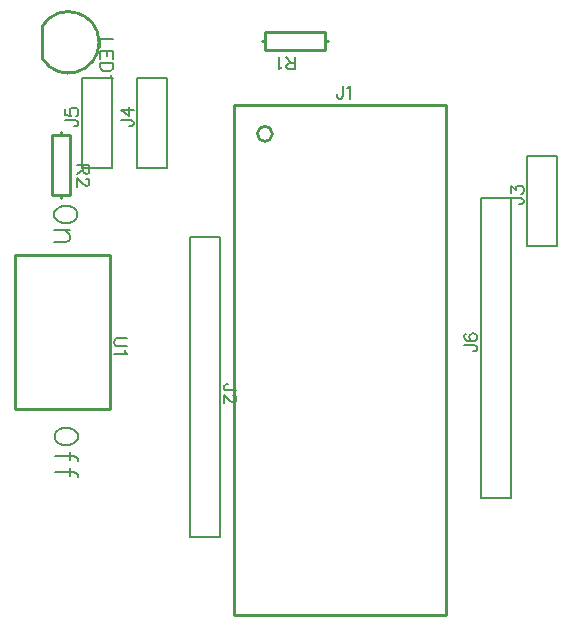
<source format=gto>
G04 Layer: TopSilkscreenLayer*
G04 EasyEDA v6.5.1, 2022-03-27 12:15:46*
G04 81ae687aecaa4b249005c4e09973505a,10*
G04 Gerber Generator version 0.2*
G04 Scale: 100 percent, Rotated: No, Reflected: No *
G04 Dimensions in millimeters *
G04 leading zeros omitted , absolute positions ,4 integer and 5 decimal *
%FSLAX45Y45*%
%MOMM*%

%ADD10C,0.2540*%
%ADD20C,0.2032*%
%ADD21C,0.2030*%
%ADD22C,0.1524*%

%LPD*%
D22*
X4573270Y4560315D02*
G01*
X4573270Y4477257D01*
X4567936Y4461510D01*
X4562856Y4456429D01*
X4552441Y4451350D01*
X4542027Y4451350D01*
X4531613Y4456429D01*
X4526279Y4461510D01*
X4521200Y4477257D01*
X4521200Y4487671D01*
X4607559Y4539487D02*
G01*
X4617720Y4544821D01*
X4633468Y4560315D01*
X4633468Y4451350D01*
X5993384Y3608070D02*
G01*
X6076441Y3608070D01*
X6092190Y3602736D01*
X6097270Y3597655D01*
X6102350Y3587242D01*
X6102350Y3576828D01*
X6097270Y3566413D01*
X6092190Y3561079D01*
X6076441Y3556000D01*
X6066027Y3556000D01*
X5993384Y3652520D02*
G01*
X5993384Y3709670D01*
X6035040Y3678681D01*
X6035040Y3694176D01*
X6040120Y3704589D01*
X6045200Y3709670D01*
X6060947Y3715004D01*
X6071361Y3715004D01*
X6086856Y3709670D01*
X6097270Y3699510D01*
X6102350Y3683762D01*
X6102350Y3668268D01*
X6097270Y3652520D01*
X6092190Y3647439D01*
X6081775Y3642360D01*
X2626918Y4953000D02*
G01*
X2517952Y4953000D01*
X2517952Y4953000D02*
G01*
X2517952Y4890770D01*
X2626918Y4856479D02*
G01*
X2517952Y4856479D01*
X2626918Y4856479D02*
G01*
X2626918Y4788915D01*
X2575102Y4856479D02*
G01*
X2575102Y4814823D01*
X2517952Y4856479D02*
G01*
X2517952Y4788915D01*
X2626918Y4754626D02*
G01*
X2517952Y4754626D01*
X2626918Y4754626D02*
G01*
X2626918Y4718050D01*
X2621838Y4702555D01*
X2611424Y4692142D01*
X2601010Y4687062D01*
X2585262Y4681728D01*
X2559354Y4681728D01*
X2543860Y4687062D01*
X2533446Y4692142D01*
X2523032Y4702555D01*
X2517952Y4718050D01*
X2517952Y4754626D01*
X2606090Y4647437D02*
G01*
X2611424Y4637023D01*
X2626918Y4621529D01*
X2517952Y4621529D01*
X4165600Y4697984D02*
G01*
X4165600Y4806950D01*
X4165600Y4697984D02*
G01*
X4118863Y4697984D01*
X4103370Y4703063D01*
X4098036Y4708397D01*
X4092956Y4718812D01*
X4092956Y4729226D01*
X4098036Y4739639D01*
X4103370Y4744720D01*
X4118863Y4749800D01*
X4165600Y4749800D01*
X4129277Y4749800D02*
G01*
X4092956Y4806950D01*
X4058665Y4718812D02*
G01*
X4048252Y4713478D01*
X4032504Y4697984D01*
X4032504Y4806950D01*
X2426715Y3886200D02*
G01*
X2317750Y3886200D01*
X2426715Y3886200D02*
G01*
X2426715Y3839463D01*
X2421636Y3823970D01*
X2416302Y3818636D01*
X2405888Y3813555D01*
X2395474Y3813555D01*
X2385059Y3818636D01*
X2379979Y3823970D01*
X2374900Y3839463D01*
X2374900Y3886200D01*
X2374900Y3849878D02*
G01*
X2317750Y3813555D01*
X2400808Y3773931D02*
G01*
X2405888Y3773931D01*
X2416302Y3768852D01*
X2421636Y3763518D01*
X2426715Y3753104D01*
X2426715Y3732529D01*
X2421636Y3722115D01*
X2416302Y3716781D01*
X2405888Y3711702D01*
X2395474Y3711702D01*
X2385059Y3716781D01*
X2369565Y3727195D01*
X2317750Y3779265D01*
X2317750Y3706368D01*
X2744215Y2425700D02*
G01*
X2666238Y2425700D01*
X2650743Y2420620D01*
X2640329Y2410205D01*
X2635250Y2394457D01*
X2635250Y2384044D01*
X2640329Y2368550D01*
X2650743Y2358136D01*
X2666238Y2353055D01*
X2744215Y2353055D01*
X2723388Y2318765D02*
G01*
X2728722Y2308352D01*
X2744215Y2292604D01*
X2635250Y2292604D01*
D20*
X2324097Y3487928D02*
G01*
X2314953Y3506470D01*
X2296411Y3524757D01*
X2278123Y3534155D01*
X2250183Y3543300D01*
X2204209Y3543300D01*
X2176523Y3534155D01*
X2157981Y3524757D01*
X2139439Y3506470D01*
X2130295Y3487928D01*
X2130295Y3450844D01*
X2139439Y3432555D01*
X2157981Y3414013D01*
X2176523Y3404870D01*
X2204209Y3395471D01*
X2250183Y3395471D01*
X2278123Y3404870D01*
X2296411Y3414013D01*
X2314953Y3432555D01*
X2324097Y3450844D01*
X2324097Y3487928D01*
X2259581Y3334512D02*
G01*
X2130295Y3334512D01*
X2222497Y3334512D02*
G01*
X2250183Y3306826D01*
X2259581Y3288284D01*
X2259581Y3260597D01*
X2250183Y3242310D01*
X2222497Y3232912D01*
X2130295Y3232912D01*
X2325624Y1608328D02*
G01*
X2316479Y1626870D01*
X2297938Y1645157D01*
X2279650Y1654555D01*
X2251709Y1663700D01*
X2205736Y1663700D01*
X2178050Y1654555D01*
X2159508Y1645157D01*
X2140965Y1626870D01*
X2131822Y1608328D01*
X2131822Y1571244D01*
X2140965Y1552955D01*
X2159508Y1534413D01*
X2178050Y1525270D01*
X2205736Y1515871D01*
X2251709Y1515871D01*
X2279650Y1525270D01*
X2297938Y1534413D01*
X2316479Y1552955D01*
X2325624Y1571244D01*
X2325624Y1608328D01*
X2325624Y1380997D02*
G01*
X2325624Y1399539D01*
X2316479Y1418081D01*
X2288793Y1427226D01*
X2131822Y1427226D01*
X2261108Y1454912D02*
G01*
X2261108Y1390395D01*
X2325624Y1246123D02*
G01*
X2325624Y1264665D01*
X2316479Y1283207D01*
X2288793Y1292352D01*
X2131822Y1292352D01*
X2261108Y1320037D02*
G01*
X2261108Y1255521D01*
D22*
X2691384Y4268470D02*
G01*
X2774441Y4268470D01*
X2790190Y4263136D01*
X2795270Y4258055D01*
X2800350Y4247642D01*
X2800350Y4237228D01*
X2795270Y4226813D01*
X2790190Y4221479D01*
X2774441Y4216400D01*
X2764027Y4216400D01*
X2691384Y4354576D02*
G01*
X2764027Y4302760D01*
X2764027Y4380484D01*
X2691384Y4354576D02*
G01*
X2800350Y4354576D01*
X2221484Y4268470D02*
G01*
X2304541Y4268470D01*
X2320290Y4263136D01*
X2325370Y4258055D01*
X2330450Y4247642D01*
X2330450Y4237228D01*
X2325370Y4226813D01*
X2320290Y4221479D01*
X2304541Y4216400D01*
X2294127Y4216400D01*
X2221484Y4364989D02*
G01*
X2221484Y4312920D01*
X2268220Y4307839D01*
X2263140Y4312920D01*
X2257806Y4328668D01*
X2257806Y4344162D01*
X2263140Y4359910D01*
X2273300Y4370070D01*
X2289047Y4375404D01*
X2299461Y4375404D01*
X2314956Y4370070D01*
X2325370Y4359910D01*
X2330450Y4344162D01*
X2330450Y4328668D01*
X2325370Y4312920D01*
X2320290Y4307839D01*
X2309875Y4302760D01*
X3671315Y1979929D02*
G01*
X3588258Y1979929D01*
X3572509Y1985263D01*
X3567429Y1990344D01*
X3562350Y2000757D01*
X3562350Y2011171D01*
X3567429Y2021586D01*
X3572509Y2026920D01*
X3588258Y2032000D01*
X3598672Y2032000D01*
X3645408Y1940560D02*
G01*
X3650488Y1940560D01*
X3660902Y1935479D01*
X3666236Y1930145D01*
X3671315Y1919731D01*
X3671315Y1898904D01*
X3666236Y1888489D01*
X3660902Y1883410D01*
X3650488Y1878329D01*
X3640074Y1878329D01*
X3629659Y1883410D01*
X3614165Y1893823D01*
X3562350Y1945639D01*
X3562350Y1872995D01*
X5599684Y2363470D02*
G01*
X5682741Y2363470D01*
X5698490Y2358136D01*
X5703570Y2353055D01*
X5708650Y2342642D01*
X5708650Y2332228D01*
X5703570Y2321813D01*
X5698490Y2316479D01*
X5682741Y2311400D01*
X5672327Y2311400D01*
X5615177Y2459989D02*
G01*
X5604763Y2454910D01*
X5599684Y2439162D01*
X5599684Y2428747D01*
X5604763Y2413254D01*
X5620511Y2402839D01*
X5646420Y2397760D01*
X5672327Y2397760D01*
X5693156Y2402839D01*
X5703570Y2413254D01*
X5708650Y2428747D01*
X5708650Y2434081D01*
X5703570Y2449576D01*
X5693156Y2459989D01*
X5677661Y2465070D01*
X5672327Y2465070D01*
X5656834Y2459989D01*
X5646420Y2449576D01*
X5641340Y2434081D01*
X5641340Y2428747D01*
X5646420Y2413254D01*
X5656834Y2402839D01*
X5672327Y2397760D01*
D10*
X3646601Y4395190D02*
G01*
X5446598Y4395190D01*
X5446598Y75184D01*
X3646601Y75184D01*
X3646601Y4395190D01*
D20*
X6134100Y3390900D02*
G01*
X6134100Y3200400D01*
X6388100Y3200400D01*
X6388100Y3962400D01*
X6134100Y3962400D01*
D21*
X6134100Y3962400D02*
G01*
X6134100Y3390900D01*
D10*
X2024903Y5057599D02*
G01*
X2024903Y4797600D01*
X4419600Y4940300D02*
G01*
X4445000Y4940300D01*
X3911600Y4940300D02*
G01*
X3886200Y4940300D01*
X4419600Y4940300D02*
G01*
X4419600Y4864100D01*
X4419600Y5016500D02*
G01*
X4419600Y4940300D01*
X3911600Y5016500D02*
G01*
X4419600Y5016500D01*
X3911600Y4940300D02*
G01*
X3911600Y5016500D01*
X3911600Y4864100D02*
G01*
X3911600Y4940300D01*
X4419600Y4864100D02*
G01*
X3911600Y4864100D01*
X2184400Y4140200D02*
G01*
X2184400Y4165600D01*
X2184400Y3632200D02*
G01*
X2184400Y3606800D01*
X2184400Y4140200D02*
G01*
X2260600Y4140200D01*
X2108200Y4140200D02*
G01*
X2184400Y4140200D01*
X2108200Y3632200D02*
G01*
X2108200Y4140200D01*
X2184400Y3632200D02*
G01*
X2108200Y3632200D01*
X2260600Y3632200D02*
G01*
X2184400Y3632200D01*
X2260600Y4140200D02*
G01*
X2260600Y3632200D01*
X2597099Y3126511D02*
G01*
X2597099Y1826513D01*
X1797100Y1826513D01*
X1797100Y3126511D01*
X2597099Y3126511D01*
D20*
X2832100Y4051300D02*
G01*
X2832100Y3860800D01*
X3086100Y3860800D01*
X3086100Y4622800D01*
X2832100Y4622800D01*
D21*
X2832100Y4622800D02*
G01*
X2832100Y4051300D01*
D20*
X2362200Y4051300D02*
G01*
X2362200Y3860800D01*
X2616200Y3860800D01*
X2616200Y4622800D01*
X2362200Y4622800D01*
D21*
X2362200Y4622800D02*
G01*
X2362200Y4051300D01*
D20*
X3530600Y3086100D02*
G01*
X3530600Y3276600D01*
X3276600Y3276600D01*
X3276600Y736600D01*
X3530600Y736600D01*
D21*
X3530600Y736600D02*
G01*
X3530600Y3086100D01*
D20*
X5740400Y1257300D02*
G01*
X5740400Y1066800D01*
X5994400Y1066800D01*
X5994400Y3606800D01*
X5740400Y3606800D01*
D21*
X5740400Y3606800D02*
G01*
X5740400Y1257300D01*
D10*
G75*
G01*
X2027733Y4789424D02*
G03*
X2027733Y5065776I220244J138176D01*
G75*
G01
X3975100Y4152900D02*
G03X3975100Y4152900I-63500J0D01*
M02*

</source>
